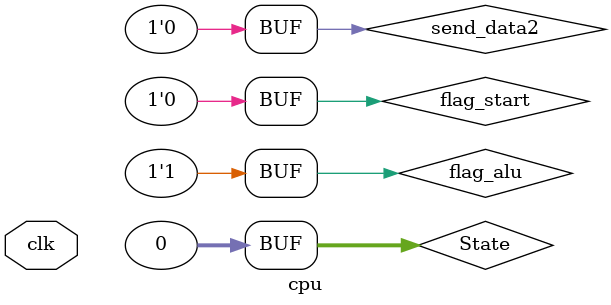
<source format=sv>
module cpu(
    input logic clk
);
logic operation;
logic in_alu;
logic [15:0] operand1;
logic[15:0] operand2;
logic in_data_mem;
logic[15:0] result;
logic out_alu;
logic [3:0]adr_cmd;
logic [3:0]adr_data;
logic [3:0]adr_data_write;
logic [15:0]data;
logic out_data_mem;
logic in_cmd_mem;
logic [15:0]cmd;
logic out_cmd_mem;
logic [15:0]data_write;
logic write_data;

alu alucpu(
    .clk(clk),
    .operation(operation),
    .in_alu(in_alu),
    .operand1(operand1),
    .operand2(operand2),
    .result(result),
    .out_alu(out_alu)
);

data_mem data_mem_cpu(
    .clk(clk),
    .in_data_mem(in_data_mem),
    .adr_data(adr_data),
    .adr_data_write(adr_data_write),
    .data(data),
    .data_write(data_write),
    .write_data(write_data),
    .out_data_mem(out_data_mem)
);

cmd_mem cmd_mem(
    .clk(clk),
    .in_cmd_mem(in_cmd_mem),
    .adr_cmd(adr_cmd),
    .cmd(cmd),
    .out_cmd_mem(out_cmd_mem)
);

typedef enum {
    READ,
    DECODE,
    OPERATOR,
    EXEC,
    WRITE
} sm_t;
sm_t State = READ;

logic[3:0] adr1;
logic[3:0] adr2;
logic[3:0] adr_result[0:4];
logic operation2[0:4];

logic [15:0] operand1_last;
logic[15:0] operand2_last;

logic[3:0] adr1_last;
logic[3:0] adr2_last;


int i = 0;
int k1 = 0;
int k2 = 0;
int k3 = 0;
int g = 0;

logic flag_alu = 1'b1;
logic flag_readcom = 1'b0;
logic flag_read_data1 = 1'b0;

logic flag_read_launch = 1'b0;
logic flag_decode_launch = 1'b0;
logic flag_operator_launch = 1'b0;
logic flag_exec_launch = 1'b0;
logic flag_write_launch = 1'b0;

logic send_data = 1'b0;
logic send_data2 =1'b0;
logic flag_start =1'b0;


always_ff @(posedge clk)
begin

    if(g==0)
    begin
        flag_read_launch <= 1'b1;
    end

    if(g==1)
    begin
        flag_decode_launch <= 1'b1;
        flag_read_launch <= 1'b1;
    end

    if(g==3)
    begin
        flag_decode_launch <= 1'b1;
        flag_read_launch <= 1'b1;
        flag_operator_launch <=1'b1;
    end

    if(g==6)
    begin
        flag_decode_launch <= 1'b1;
        flag_read_launch <= 1'b1;
        flag_operator_launch <=1'b1;
        flag_exec_launch <= 1'b1;
    end

    if(g==9)
    begin
        flag_decode_launch <= 1'b1;
        flag_read_launch <= 1'b1;
        flag_operator_launch <=1'b1;
        flag_exec_launch <= 1'b1;
        flag_write_launch <= 1'b1;
    end

    if((flag_operator_launch==1'b0)&&(flag_start==1'b1))
    begin
        flag_decode_launch <= 1'b1;
        flag_read_launch <= 1'b1;
        flag_operator_launch <=1'b1;
        flag_exec_launch <= 1'b1;
        flag_write_launch <= 1'b1;
    end

////////////////////////////////////////////////////////
    if(flag_read_launch==1'b1)
    begin
        if(flag_readcom==1'b0)
        begin
            in_cmd_mem<=1'b1;
            adr_cmd<= i;
            if (out_cmd_mem == 1'b1)
            begin
                in_cmd_mem<=1'b0;
                flag_readcom <= 1'b0;
                flag_read_launch<=1'b0;
                i <= i+1;
                g <= g+1;
            end
        end
    end
////
    if(flag_decode_launch==1'b1)
    begin
        adr2_last <= cmd[8:5];
        adr1_last <= cmd[4:1];
        adr1 <= adr1_last;
        adr2 <= adr2_last;

        adr_result[k1] <= cmd[12:9];
        operation2[k1] <= cmd[1:0];

        flag_decode_launch<=1'b0;
        g <= g+1;
        k1<=k1+1;
        if(k1==4)
        begin
            k1<=0;
        end
    end
///
    if(flag_operator_launch==1'b1)
    begin
        if(flag_read_data1==1'b0)
        begin  
            send_data<=1'b1;
            if(send_data==1'b1)
            begin
                in_data_mem <= 1'b1;
                adr_data<=adr1;
                send_data <= 1'b0;
            end
            if(out_data_mem==1'b1)
            begin
                operand1<=data;
                in_data_mem<=1'b0;
                flag_read_data1 <=1'b1;
            end
        end
            if(flag_read_data1==1'b1)
            begin
                in_data_mem <= 1'b1;
                adr_data<=adr1;
                if(out_data_mem == 1'b1)
                begin
                    operand2 <= data;
                    flag_read_data1<=1'b0;
                    flag_operator_launch <= 1'b0;
                    g<=g+1;
                end
            end
            //send_data<=1'b1;
            // if (send_data==1'b1)
            // begin
            //     adr_data<=adr1;
            //     in_data_mem<=1'b1;
            //     if(out_data_mem==1'b1)
            //     begin
            //         operand1<=data;
            //         adr_data<=adr2;
            //         send_data<=1'b0;
            //         flag_read_data1<=1'b1;
            //     end
            // end
    
        // if ((flag_read_data1==1'b1)&&(out_data_mem==1'b1))
        // begin
        //     send_data2 <=1'b1;
        //     flag_read_data1<=1'b0;
        //     in_data_mem<=1'b0;
        // end
        // if(send_data2==1'b1)
        // begin
        //     operand2<=data;
        //     send_data2 <= 1'b0;
        //     flag_operator_launch<=1'b0;
        //     g<=g+1;
        //     flag_start <= 1'b1;
        // end
    end
////
    if(flag_exec_launch==1'b1)
    begin
        operation <= operation2[k2];
        in_alu<=1'b1;
        if(out_alu==1'b1)
        begin
            in_alu <= 1'b0;
            flag_exec_launch<=1'b0;
            g <= g+1;
            k2<=k2+1;
            if(k2==4)
            begin
                k2<=0;
            end
        end
    end
////
    if(flag_write_launch==1'b1)
    begin
        adr_data_write<=adr_result[k3];
        write_data<=1'b1;
        data_write<=result;
        if(out_data_mem==1'b1)
        begin
            flag_write_launch<=1'b0;
            write_data<=1'b0;
            k3<=k3+1;
            g<=g+1;
            if(k3==4)
            begin
                k3<=0;
            end
        end
    end
end

endmodule

</source>
